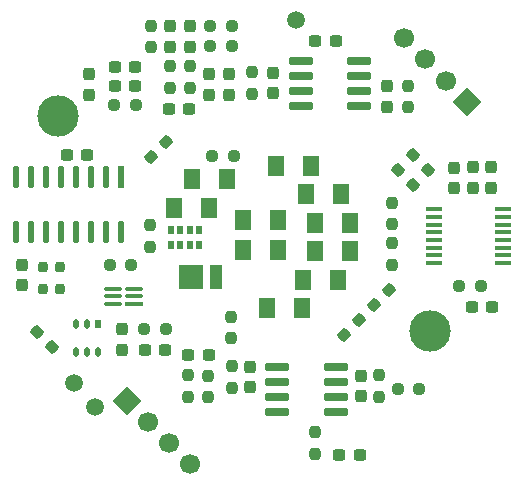
<source format=gbr>
%TF.GenerationSoftware,KiCad,Pcbnew,(6.0.4-0)*%
%TF.CreationDate,2022-12-23T16:58:16+01:00*%
%TF.ProjectId,RoundScanner,526f756e-6453-4636-916e-6e65722e6b69,2*%
%TF.SameCoordinates,Original*%
%TF.FileFunction,Soldermask,Top*%
%TF.FilePolarity,Negative*%
%FSLAX46Y46*%
G04 Gerber Fmt 4.6, Leading zero omitted, Abs format (unit mm)*
G04 Created by KiCad (PCBNEW (6.0.4-0)) date 2022-12-23 16:58:16*
%MOMM*%
%LPD*%
G01*
G04 APERTURE LIST*
G04 Aperture macros list*
%AMRoundRect*
0 Rectangle with rounded corners*
0 $1 Rounding radius*
0 $2 $3 $4 $5 $6 $7 $8 $9 X,Y pos of 4 corners*
0 Add a 4 corners polygon primitive as box body*
4,1,4,$2,$3,$4,$5,$6,$7,$8,$9,$2,$3,0*
0 Add four circle primitives for the rounded corners*
1,1,$1+$1,$2,$3*
1,1,$1+$1,$4,$5*
1,1,$1+$1,$6,$7*
1,1,$1+$1,$8,$9*
0 Add four rect primitives between the rounded corners*
20,1,$1+$1,$2,$3,$4,$5,0*
20,1,$1+$1,$4,$5,$6,$7,0*
20,1,$1+$1,$6,$7,$8,$9,0*
20,1,$1+$1,$8,$9,$2,$3,0*%
%AMHorizOval*
0 Thick line with rounded ends*
0 $1 width*
0 $2 $3 position (X,Y) of the first rounded end (center of the circle)*
0 $4 $5 position (X,Y) of the second rounded end (center of the circle)*
0 Add line between two ends*
20,1,$1,$2,$3,$4,$5,0*
0 Add two circle primitives to create the rounded ends*
1,1,$1,$2,$3*
1,1,$1,$4,$5*%
%AMRotRect*
0 Rectangle, with rotation*
0 The origin of the aperture is its center*
0 $1 length*
0 $2 width*
0 $3 Rotation angle, in degrees counterclockwise*
0 Add horizontal line*
21,1,$1,$2,0,0,$3*%
G04 Aperture macros list end*
%ADD10RoundRect,0.250001X0.462499X0.624999X-0.462499X0.624999X-0.462499X-0.624999X0.462499X-0.624999X0*%
%ADD11RoundRect,0.237500X-0.237500X0.300000X-0.237500X-0.300000X0.237500X-0.300000X0.237500X0.300000X0*%
%ADD12RoundRect,0.237500X0.237500X-0.300000X0.237500X0.300000X-0.237500X0.300000X-0.237500X-0.300000X0*%
%ADD13RoundRect,0.237500X0.344715X-0.008839X-0.008839X0.344715X-0.344715X0.008839X0.008839X-0.344715X0*%
%ADD14RoundRect,0.237500X-0.237500X0.250000X-0.237500X-0.250000X0.237500X-0.250000X0.237500X0.250000X0*%
%ADD15R,1.510292X0.412132*%
%ADD16RoundRect,0.206066X0.549080X0.000000X-0.549080X0.000000X-0.549080X0.000000X0.549080X0.000000X0*%
%ADD17RoundRect,0.237500X0.237500X-0.250000X0.237500X0.250000X-0.237500X0.250000X-0.237500X-0.250000X0*%
%ADD18RoundRect,0.237500X0.250000X0.237500X-0.250000X0.237500X-0.250000X-0.237500X0.250000X-0.237500X0*%
%ADD19C,1.500000*%
%ADD20C,3.500000*%
%ADD21RoundRect,0.237500X0.300000X0.237500X-0.300000X0.237500X-0.300000X-0.237500X0.300000X-0.237500X0*%
%ADD22R,0.543390X1.874066*%
%ADD23RoundRect,0.271695X0.000000X0.665338X0.000000X-0.665338X0.000000X-0.665338X0.000000X0.665338X0*%
%ADD24RoundRect,0.042000X-0.943000X-0.258000X0.943000X-0.258000X0.943000X0.258000X-0.943000X0.258000X0*%
%ADD25RoundRect,0.237500X-0.250000X-0.237500X0.250000X-0.237500X0.250000X0.237500X-0.250000X0.237500X0*%
%ADD26RoundRect,0.237500X0.008839X0.344715X-0.344715X-0.008839X-0.008839X-0.344715X0.344715X0.008839X0*%
%ADD27RoundRect,0.200000X0.200000X0.250000X-0.200000X0.250000X-0.200000X-0.250000X0.200000X-0.250000X0*%
%ADD28R,0.550000X0.800000*%
%ADD29O,0.550000X0.800000*%
%ADD30RoundRect,0.042000X0.943000X0.258000X-0.943000X0.258000X-0.943000X-0.258000X0.943000X-0.258000X0*%
%ADD31RoundRect,0.250001X-0.462499X-0.624999X0.462499X-0.624999X0.462499X0.624999X-0.462499X0.624999X0*%
%ADD32RoundRect,0.237500X-0.300000X-0.237500X0.300000X-0.237500X0.300000X0.237500X-0.300000X0.237500X0*%
%ADD33R,2.100000X2.100000*%
%ADD34R,1.000000X2.100000*%
%ADD35R,1.475000X0.450000*%
%ADD36R,0.590000X0.690000*%
%ADD37RotRect,1.700000X1.700000X45.000000*%
%ADD38HorizOval,1.700000X0.000000X0.000000X0.000000X0.000000X0*%
%ADD39RotRect,1.700000X1.700000X225.000000*%
%ADD40HorizOval,1.700000X0.000000X0.000000X0.000000X0.000000X0*%
G04 APERTURE END LIST*
D10*
%TO.C,D8*%
X93562500Y-101727000D03*
X90587500Y-101727000D03*
%TD*%
D11*
%TO.C,C7*%
X86614000Y-94006500D03*
X86614000Y-95731500D03*
%TD*%
D12*
%TO.C,C13*%
X69088000Y-111860500D03*
X69088000Y-110135500D03*
%TD*%
D13*
%TO.C,R29*%
X103515235Y-102118235D03*
X102224765Y-100827765D03*
%TD*%
D14*
%TO.C,R1*%
X101784000Y-94972500D03*
X101784000Y-96797500D03*
%TD*%
D11*
%TO.C,C3*%
X90354000Y-93879500D03*
X90354000Y-95604500D03*
%TD*%
D12*
%TO.C,C5*%
X81661000Y-91667500D03*
X81661000Y-89942500D03*
%TD*%
D15*
%TO.C,Q1*%
X78624919Y-113426000D03*
D16*
X78624919Y-112776000D03*
X78624919Y-112126000D03*
X76823081Y-112126000D03*
X76823081Y-112776000D03*
X76823081Y-113426000D03*
%TD*%
D17*
%TO.C,R16*%
X93896999Y-126122497D03*
X93896999Y-124297497D03*
%TD*%
D18*
%TO.C,R4*%
X86891500Y-89916000D03*
X85066500Y-89916000D03*
%TD*%
D17*
%TO.C,R13*%
X86781000Y-116331500D03*
X86781000Y-114506500D03*
%TD*%
D11*
%TO.C,C20*%
X77597000Y-115596500D03*
X77597000Y-117321500D03*
%TD*%
D19*
%TO.C,TP1*%
X75311000Y-122174000D03*
%TD*%
D18*
%TO.C,R7*%
X81303500Y-115570000D03*
X79478500Y-115570000D03*
%TD*%
D14*
%TO.C,R6*%
X83312000Y-93321500D03*
X83312000Y-95146500D03*
%TD*%
D20*
%TO.C,H2*%
X72136000Y-97556000D03*
%TD*%
D11*
%TO.C,C2*%
X100006000Y-95022500D03*
X100006000Y-96747500D03*
%TD*%
%TO.C,C14*%
X108839000Y-101880500D03*
X108839000Y-103605500D03*
%TD*%
D10*
%TO.C,D12*%
X90766000Y-108839000D03*
X87791000Y-108839000D03*
%TD*%
%TO.C,D10*%
X96864500Y-106553000D03*
X93889500Y-106553000D03*
%TD*%
%TO.C,D5*%
X95848500Y-111379000D03*
X92873500Y-111379000D03*
%TD*%
D21*
%TO.C,C16*%
X97709500Y-126259999D03*
X95984500Y-126259999D03*
%TD*%
D10*
%TO.C,D9*%
X96102500Y-104140000D03*
X93127500Y-104140000D03*
%TD*%
D12*
%TO.C,C17*%
X105731000Y-103631500D03*
X105731000Y-101906500D03*
%TD*%
D22*
%TO.C,U2*%
X77470000Y-102694433D03*
D23*
X76200000Y-102694433D03*
X74930000Y-102694433D03*
X73660000Y-102694433D03*
X72390000Y-102694433D03*
X71120000Y-102694433D03*
X69850000Y-102694433D03*
X68580000Y-102694433D03*
X68580000Y-107326567D03*
X69850000Y-107326567D03*
X71120000Y-107326567D03*
X72390000Y-107326567D03*
X73660000Y-107326567D03*
X74930000Y-107326567D03*
X76200000Y-107326567D03*
X77470000Y-107326567D03*
%TD*%
D17*
%TO.C,R2*%
X88576000Y-95654500D03*
X88576000Y-93829500D03*
%TD*%
D24*
%TO.C,U4*%
X90736663Y-118745000D03*
X90736663Y-120015000D03*
X90736663Y-121285000D03*
X90736663Y-122555000D03*
X95676663Y-122555000D03*
X95676663Y-121285000D03*
X95676663Y-120015000D03*
X95676663Y-118745000D03*
%TD*%
D10*
%TO.C,D4*%
X92800500Y-113792000D03*
X89825500Y-113792000D03*
%TD*%
D17*
%TO.C,R12*%
X83185000Y-121308500D03*
X83185000Y-119483500D03*
%TD*%
D21*
%TO.C,C11*%
X84927474Y-117725423D03*
X83202474Y-117725423D03*
%TD*%
D11*
%TO.C,C6*%
X84963000Y-94006500D03*
X84963000Y-95731500D03*
%TD*%
D18*
%TO.C,R28*%
X87023500Y-100889000D03*
X85198500Y-100889000D03*
%TD*%
D25*
%TO.C,R14*%
X100930163Y-120650000D03*
X102755163Y-120650000D03*
%TD*%
%TO.C,R8*%
X76557500Y-110109000D03*
X78382500Y-110109000D03*
%TD*%
D26*
%TO.C,R26*%
X100213235Y-112257765D03*
X98922765Y-113548235D03*
%TD*%
D11*
%TO.C,C10*%
X74803000Y-94006500D03*
X74803000Y-95731500D03*
%TD*%
D20*
%TO.C,H1*%
X103632000Y-115717000D03*
%TD*%
D19*
%TO.C,TP4*%
X92329000Y-89408000D03*
%TD*%
D27*
%TO.C,X1*%
X72353000Y-112177000D03*
X72353000Y-110327000D03*
X70903000Y-110327000D03*
X70903000Y-112177000D03*
%TD*%
D13*
%TO.C,R18*%
X71638235Y-117104235D03*
X70347765Y-115813765D03*
%TD*%
D11*
%TO.C,C15*%
X107315000Y-101880500D03*
X107315000Y-103605500D03*
%TD*%
D17*
%TO.C,R31*%
X100457000Y-106703500D03*
X100457000Y-104878500D03*
%TD*%
D28*
%TO.C,U7*%
X75562501Y-115141500D03*
D29*
X74612500Y-115141500D03*
X73662499Y-115141500D03*
X73662499Y-117541500D03*
X74612500Y-117541500D03*
X75562501Y-117541500D03*
%TD*%
D30*
%TO.C,U1*%
X97650000Y-96647000D03*
X97650000Y-95377000D03*
X97650000Y-94107000D03*
X97650000Y-92837000D03*
X92710000Y-92837000D03*
X92710000Y-94107000D03*
X92710000Y-95377000D03*
X92710000Y-96647000D03*
%TD*%
D14*
%TO.C,R11*%
X84836000Y-119507000D03*
X84836000Y-121332000D03*
%TD*%
D31*
%TO.C,D1*%
X87793500Y-106299000D03*
X90768500Y-106299000D03*
%TD*%
D32*
%TO.C,C8*%
X81560500Y-96901000D03*
X83285500Y-96901000D03*
%TD*%
%TO.C,C9*%
X72924500Y-100838000D03*
X74649500Y-100838000D03*
%TD*%
D17*
%TO.C,R19*%
X79981000Y-108581500D03*
X79981000Y-106756500D03*
%TD*%
D33*
%TO.C,D3*%
X83391000Y-111125000D03*
D34*
X85561000Y-111125000D03*
%TD*%
D32*
%TO.C,C22*%
X76988500Y-94996000D03*
X78713500Y-94996000D03*
%TD*%
D26*
%TO.C,R27*%
X81290235Y-99684765D03*
X79999765Y-100975235D03*
%TD*%
D10*
%TO.C,D11*%
X96864500Y-108966000D03*
X93889500Y-108966000D03*
%TD*%
D21*
%TO.C,C23*%
X78713500Y-93397300D03*
X76988500Y-93397300D03*
%TD*%
D14*
%TO.C,R10*%
X99302663Y-119483500D03*
X99302663Y-121308500D03*
%TD*%
D21*
%TO.C,C1*%
X95661500Y-91186000D03*
X93936500Y-91186000D03*
%TD*%
D35*
%TO.C,U5*%
X109872000Y-109971000D03*
X109872000Y-109321000D03*
X109872000Y-108671000D03*
X109872000Y-108021000D03*
X109872000Y-107371000D03*
X109872000Y-106721000D03*
X109872000Y-106071000D03*
X109872000Y-105421000D03*
X103996000Y-105421000D03*
X103996000Y-106071000D03*
X103996000Y-106721000D03*
X103996000Y-107371000D03*
X103996000Y-108021000D03*
X103996000Y-108671000D03*
X103996000Y-109321000D03*
X103996000Y-109971000D03*
%TD*%
D32*
%TO.C,C18*%
X107214500Y-113665000D03*
X108939500Y-113665000D03*
%TD*%
D14*
%TO.C,R17*%
X81661000Y-93321500D03*
X81661000Y-95146500D03*
%TD*%
D11*
%TO.C,C4*%
X83312000Y-89942500D03*
X83312000Y-91667500D03*
%TD*%
D10*
%TO.C,D7*%
X86450500Y-102870000D03*
X83475500Y-102870000D03*
%TD*%
D13*
%TO.C,R30*%
X102245235Y-103388235D03*
X100954765Y-102097765D03*
%TD*%
D19*
%TO.C,TP3*%
X73533000Y-120142000D03*
%TD*%
D36*
%TO.C,U6*%
X81731000Y-108463000D03*
X82531000Y-108463000D03*
X83331000Y-108463000D03*
X84131000Y-108463000D03*
X84131000Y-107183000D03*
X83331000Y-107183000D03*
X82531000Y-107183000D03*
X81731000Y-107183000D03*
%TD*%
D12*
%TO.C,C21*%
X97778663Y-121258500D03*
X97778663Y-119533500D03*
%TD*%
D18*
%TO.C,R3*%
X86891500Y-91567000D03*
X85066500Y-91567000D03*
%TD*%
D14*
%TO.C,R5*%
X80010000Y-89892500D03*
X80010000Y-91717500D03*
%TD*%
D18*
%TO.C,R24*%
X107973500Y-111887000D03*
X106148500Y-111887000D03*
%TD*%
D12*
%TO.C,C12*%
X88392000Y-120496500D03*
X88392000Y-118771500D03*
%TD*%
D26*
%TO.C,R25*%
X97673235Y-114797765D03*
X96382765Y-116088235D03*
%TD*%
D32*
%TO.C,C19*%
X79528500Y-117348000D03*
X81253500Y-117348000D03*
%TD*%
D25*
%TO.C,R15*%
X76938500Y-96597700D03*
X78763500Y-96597700D03*
%TD*%
D31*
%TO.C,D6*%
X81951500Y-105283000D03*
X84926500Y-105283000D03*
%TD*%
D17*
%TO.C,R9*%
X86868000Y-120546500D03*
X86868000Y-118721500D03*
%TD*%
D14*
%TO.C,R32*%
X100457000Y-108307500D03*
X100457000Y-110132500D03*
%TD*%
D37*
%TO.C,J4*%
X106831000Y-96319000D03*
D38*
X105034949Y-94522949D03*
X103238898Y-92726898D03*
X101442846Y-90930846D03*
%TD*%
D39*
%TO.C,J1*%
X77975672Y-121628317D03*
D40*
X79771723Y-123424368D03*
X81567774Y-125220419D03*
X83363826Y-127016471D03*
%TD*%
M02*

</source>
